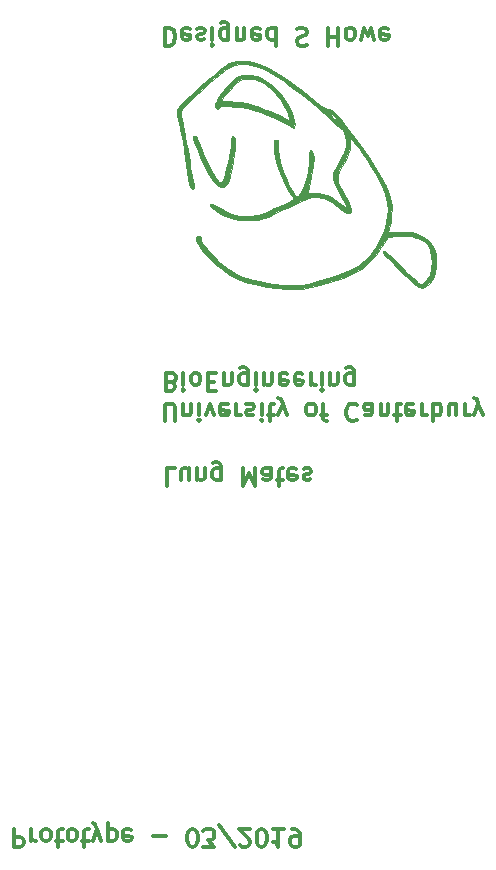
<source format=gbr>
G04 #@! TF.GenerationSoftware,KiCad,Pcbnew,5.0.1*
G04 #@! TF.CreationDate,2019-03-15T13:32:49+13:00*
G04 #@! TF.ProjectId,_autosave-baseBoard,5F6175746F736176652D62617365426F,rev?*
G04 #@! TF.SameCoordinates,Original*
G04 #@! TF.FileFunction,Legend,Bot*
G04 #@! TF.FilePolarity,Positive*
%FSLAX46Y46*%
G04 Gerber Fmt 4.6, Leading zero omitted, Abs format (unit mm)*
G04 Created by KiCad (PCBNEW 5.0.1) date Fri 15 Mar 2019 01:32:49 PM NZDT*
%MOMM*%
%LPD*%
G01*
G04 APERTURE LIST*
%ADD10C,0.300000*%
%ADD11C,0.010000*%
G04 APERTURE END LIST*
D10*
X115422857Y-124351428D02*
X115422857Y-125851428D01*
X115994285Y-125851428D01*
X116137142Y-125780000D01*
X116208571Y-125708571D01*
X116280000Y-125565714D01*
X116280000Y-125351428D01*
X116208571Y-125208571D01*
X116137142Y-125137142D01*
X115994285Y-125065714D01*
X115422857Y-125065714D01*
X116922857Y-124351428D02*
X116922857Y-125351428D01*
X116922857Y-125065714D02*
X116994285Y-125208571D01*
X117065714Y-125280000D01*
X117208571Y-125351428D01*
X117351428Y-125351428D01*
X118065714Y-124351428D02*
X117922857Y-124422857D01*
X117851428Y-124494285D01*
X117780000Y-124637142D01*
X117780000Y-125065714D01*
X117851428Y-125208571D01*
X117922857Y-125280000D01*
X118065714Y-125351428D01*
X118280000Y-125351428D01*
X118422857Y-125280000D01*
X118494285Y-125208571D01*
X118565714Y-125065714D01*
X118565714Y-124637142D01*
X118494285Y-124494285D01*
X118422857Y-124422857D01*
X118280000Y-124351428D01*
X118065714Y-124351428D01*
X118994285Y-125351428D02*
X119565714Y-125351428D01*
X119208571Y-125851428D02*
X119208571Y-124565714D01*
X119280000Y-124422857D01*
X119422857Y-124351428D01*
X119565714Y-124351428D01*
X120280000Y-124351428D02*
X120137142Y-124422857D01*
X120065714Y-124494285D01*
X119994285Y-124637142D01*
X119994285Y-125065714D01*
X120065714Y-125208571D01*
X120137142Y-125280000D01*
X120280000Y-125351428D01*
X120494285Y-125351428D01*
X120637142Y-125280000D01*
X120708571Y-125208571D01*
X120780000Y-125065714D01*
X120780000Y-124637142D01*
X120708571Y-124494285D01*
X120637142Y-124422857D01*
X120494285Y-124351428D01*
X120280000Y-124351428D01*
X121208571Y-125351428D02*
X121780000Y-125351428D01*
X121422857Y-125851428D02*
X121422857Y-124565714D01*
X121494285Y-124422857D01*
X121637142Y-124351428D01*
X121780000Y-124351428D01*
X122137142Y-125351428D02*
X122494285Y-124351428D01*
X122851428Y-125351428D02*
X122494285Y-124351428D01*
X122351428Y-123994285D01*
X122280000Y-123922857D01*
X122137142Y-123851428D01*
X123422857Y-125351428D02*
X123422857Y-123851428D01*
X123422857Y-125280000D02*
X123565714Y-125351428D01*
X123851428Y-125351428D01*
X123994285Y-125280000D01*
X124065714Y-125208571D01*
X124137142Y-125065714D01*
X124137142Y-124637142D01*
X124065714Y-124494285D01*
X123994285Y-124422857D01*
X123851428Y-124351428D01*
X123565714Y-124351428D01*
X123422857Y-124422857D01*
X125351428Y-124422857D02*
X125208571Y-124351428D01*
X124922857Y-124351428D01*
X124780000Y-124422857D01*
X124708571Y-124565714D01*
X124708571Y-125137142D01*
X124780000Y-125280000D01*
X124922857Y-125351428D01*
X125208571Y-125351428D01*
X125351428Y-125280000D01*
X125422857Y-125137142D01*
X125422857Y-124994285D01*
X124708571Y-124851428D01*
X127208571Y-124922857D02*
X128351428Y-124922857D01*
X130494285Y-125851428D02*
X130637142Y-125851428D01*
X130780000Y-125780000D01*
X130851428Y-125708571D01*
X130922857Y-125565714D01*
X130994285Y-125280000D01*
X130994285Y-124922857D01*
X130922857Y-124637142D01*
X130851428Y-124494285D01*
X130780000Y-124422857D01*
X130637142Y-124351428D01*
X130494285Y-124351428D01*
X130351428Y-124422857D01*
X130280000Y-124494285D01*
X130208571Y-124637142D01*
X130137142Y-124922857D01*
X130137142Y-125280000D01*
X130208571Y-125565714D01*
X130280000Y-125708571D01*
X130351428Y-125780000D01*
X130494285Y-125851428D01*
X131494285Y-125851428D02*
X132422857Y-125851428D01*
X131922857Y-125280000D01*
X132137142Y-125280000D01*
X132280000Y-125208571D01*
X132351428Y-125137142D01*
X132422857Y-124994285D01*
X132422857Y-124637142D01*
X132351428Y-124494285D01*
X132280000Y-124422857D01*
X132137142Y-124351428D01*
X131708571Y-124351428D01*
X131565714Y-124422857D01*
X131494285Y-124494285D01*
X134137142Y-125922857D02*
X132851428Y-123994285D01*
X134565714Y-125708571D02*
X134637142Y-125780000D01*
X134780000Y-125851428D01*
X135137142Y-125851428D01*
X135280000Y-125780000D01*
X135351428Y-125708571D01*
X135422857Y-125565714D01*
X135422857Y-125422857D01*
X135351428Y-125208571D01*
X134494285Y-124351428D01*
X135422857Y-124351428D01*
X136351428Y-125851428D02*
X136494285Y-125851428D01*
X136637142Y-125780000D01*
X136708571Y-125708571D01*
X136780000Y-125565714D01*
X136851428Y-125280000D01*
X136851428Y-124922857D01*
X136780000Y-124637142D01*
X136708571Y-124494285D01*
X136637142Y-124422857D01*
X136494285Y-124351428D01*
X136351428Y-124351428D01*
X136208571Y-124422857D01*
X136137142Y-124494285D01*
X136065714Y-124637142D01*
X135994285Y-124922857D01*
X135994285Y-125280000D01*
X136065714Y-125565714D01*
X136137142Y-125708571D01*
X136208571Y-125780000D01*
X136351428Y-125851428D01*
X138280000Y-124351428D02*
X137422857Y-124351428D01*
X137851428Y-124351428D02*
X137851428Y-125851428D01*
X137708571Y-125637142D01*
X137565714Y-125494285D01*
X137422857Y-125422857D01*
X138994285Y-124351428D02*
X139280000Y-124351428D01*
X139422857Y-124422857D01*
X139494285Y-124494285D01*
X139637142Y-124708571D01*
X139708571Y-124994285D01*
X139708571Y-125565714D01*
X139637142Y-125708571D01*
X139565714Y-125780000D01*
X139422857Y-125851428D01*
X139137142Y-125851428D01*
X138994285Y-125780000D01*
X138922857Y-125708571D01*
X138851428Y-125565714D01*
X138851428Y-125208571D01*
X138922857Y-125065714D01*
X138994285Y-124994285D01*
X139137142Y-124922857D01*
X139422857Y-124922857D01*
X139565714Y-124994285D01*
X139637142Y-125065714D01*
X139708571Y-125208571D01*
X129112857Y-93821428D02*
X128398571Y-93821428D01*
X128398571Y-95321428D01*
X130255714Y-94821428D02*
X130255714Y-93821428D01*
X129612857Y-94821428D02*
X129612857Y-94035714D01*
X129684285Y-93892857D01*
X129827142Y-93821428D01*
X130041428Y-93821428D01*
X130184285Y-93892857D01*
X130255714Y-93964285D01*
X130970000Y-94821428D02*
X130970000Y-93821428D01*
X130970000Y-94678571D02*
X131041428Y-94750000D01*
X131184285Y-94821428D01*
X131398571Y-94821428D01*
X131541428Y-94750000D01*
X131612857Y-94607142D01*
X131612857Y-93821428D01*
X132970000Y-94821428D02*
X132970000Y-93607142D01*
X132898571Y-93464285D01*
X132827142Y-93392857D01*
X132684285Y-93321428D01*
X132470000Y-93321428D01*
X132327142Y-93392857D01*
X132970000Y-93892857D02*
X132827142Y-93821428D01*
X132541428Y-93821428D01*
X132398571Y-93892857D01*
X132327142Y-93964285D01*
X132255714Y-94107142D01*
X132255714Y-94535714D01*
X132327142Y-94678571D01*
X132398571Y-94750000D01*
X132541428Y-94821428D01*
X132827142Y-94821428D01*
X132970000Y-94750000D01*
X134827142Y-93821428D02*
X134827142Y-95321428D01*
X135327142Y-94250000D01*
X135827142Y-95321428D01*
X135827142Y-93821428D01*
X137184285Y-93821428D02*
X137184285Y-94607142D01*
X137112857Y-94750000D01*
X136970000Y-94821428D01*
X136684285Y-94821428D01*
X136541428Y-94750000D01*
X137184285Y-93892857D02*
X137041428Y-93821428D01*
X136684285Y-93821428D01*
X136541428Y-93892857D01*
X136470000Y-94035714D01*
X136470000Y-94178571D01*
X136541428Y-94321428D01*
X136684285Y-94392857D01*
X137041428Y-94392857D01*
X137184285Y-94464285D01*
X137684285Y-94821428D02*
X138255714Y-94821428D01*
X137898571Y-95321428D02*
X137898571Y-94035714D01*
X137970000Y-93892857D01*
X138112857Y-93821428D01*
X138255714Y-93821428D01*
X139327142Y-93892857D02*
X139184285Y-93821428D01*
X138898571Y-93821428D01*
X138755714Y-93892857D01*
X138684285Y-94035714D01*
X138684285Y-94607142D01*
X138755714Y-94750000D01*
X138898571Y-94821428D01*
X139184285Y-94821428D01*
X139327142Y-94750000D01*
X139398571Y-94607142D01*
X139398571Y-94464285D01*
X138684285Y-94321428D01*
X139970000Y-93892857D02*
X140112857Y-93821428D01*
X140398571Y-93821428D01*
X140541428Y-93892857D01*
X140612857Y-94035714D01*
X140612857Y-94107142D01*
X140541428Y-94250000D01*
X140398571Y-94321428D01*
X140184285Y-94321428D01*
X140041428Y-94392857D01*
X139970000Y-94535714D01*
X139970000Y-94607142D01*
X140041428Y-94750000D01*
X140184285Y-94821428D01*
X140398571Y-94821428D01*
X140541428Y-94750000D01*
X128805714Y-86537142D02*
X129020000Y-86465714D01*
X129091428Y-86394285D01*
X129162857Y-86251428D01*
X129162857Y-86037142D01*
X129091428Y-85894285D01*
X129020000Y-85822857D01*
X128877142Y-85751428D01*
X128305714Y-85751428D01*
X128305714Y-87251428D01*
X128805714Y-87251428D01*
X128948571Y-87180000D01*
X129020000Y-87108571D01*
X129091428Y-86965714D01*
X129091428Y-86822857D01*
X129020000Y-86680000D01*
X128948571Y-86608571D01*
X128805714Y-86537142D01*
X128305714Y-86537142D01*
X129805714Y-85751428D02*
X129805714Y-86751428D01*
X129805714Y-87251428D02*
X129734285Y-87180000D01*
X129805714Y-87108571D01*
X129877142Y-87180000D01*
X129805714Y-87251428D01*
X129805714Y-87108571D01*
X130734285Y-85751428D02*
X130591428Y-85822857D01*
X130520000Y-85894285D01*
X130448571Y-86037142D01*
X130448571Y-86465714D01*
X130520000Y-86608571D01*
X130591428Y-86680000D01*
X130734285Y-86751428D01*
X130948571Y-86751428D01*
X131091428Y-86680000D01*
X131162857Y-86608571D01*
X131234285Y-86465714D01*
X131234285Y-86037142D01*
X131162857Y-85894285D01*
X131091428Y-85822857D01*
X130948571Y-85751428D01*
X130734285Y-85751428D01*
X131877142Y-86537142D02*
X132377142Y-86537142D01*
X132591428Y-85751428D02*
X131877142Y-85751428D01*
X131877142Y-87251428D01*
X132591428Y-87251428D01*
X133234285Y-86751428D02*
X133234285Y-85751428D01*
X133234285Y-86608571D02*
X133305714Y-86680000D01*
X133448571Y-86751428D01*
X133662857Y-86751428D01*
X133805714Y-86680000D01*
X133877142Y-86537142D01*
X133877142Y-85751428D01*
X135234285Y-86751428D02*
X135234285Y-85537142D01*
X135162857Y-85394285D01*
X135091428Y-85322857D01*
X134948571Y-85251428D01*
X134734285Y-85251428D01*
X134591428Y-85322857D01*
X135234285Y-85822857D02*
X135091428Y-85751428D01*
X134805714Y-85751428D01*
X134662857Y-85822857D01*
X134591428Y-85894285D01*
X134520000Y-86037142D01*
X134520000Y-86465714D01*
X134591428Y-86608571D01*
X134662857Y-86680000D01*
X134805714Y-86751428D01*
X135091428Y-86751428D01*
X135234285Y-86680000D01*
X135948571Y-85751428D02*
X135948571Y-86751428D01*
X135948571Y-87251428D02*
X135877142Y-87180000D01*
X135948571Y-87108571D01*
X136020000Y-87180000D01*
X135948571Y-87251428D01*
X135948571Y-87108571D01*
X136662857Y-86751428D02*
X136662857Y-85751428D01*
X136662857Y-86608571D02*
X136734285Y-86680000D01*
X136877142Y-86751428D01*
X137091428Y-86751428D01*
X137234285Y-86680000D01*
X137305714Y-86537142D01*
X137305714Y-85751428D01*
X138591428Y-85822857D02*
X138448571Y-85751428D01*
X138162857Y-85751428D01*
X138020000Y-85822857D01*
X137948571Y-85965714D01*
X137948571Y-86537142D01*
X138020000Y-86680000D01*
X138162857Y-86751428D01*
X138448571Y-86751428D01*
X138591428Y-86680000D01*
X138662857Y-86537142D01*
X138662857Y-86394285D01*
X137948571Y-86251428D01*
X139877142Y-85822857D02*
X139734285Y-85751428D01*
X139448571Y-85751428D01*
X139305714Y-85822857D01*
X139234285Y-85965714D01*
X139234285Y-86537142D01*
X139305714Y-86680000D01*
X139448571Y-86751428D01*
X139734285Y-86751428D01*
X139877142Y-86680000D01*
X139948571Y-86537142D01*
X139948571Y-86394285D01*
X139234285Y-86251428D01*
X140591428Y-85751428D02*
X140591428Y-86751428D01*
X140591428Y-86465714D02*
X140662857Y-86608571D01*
X140734285Y-86680000D01*
X140877142Y-86751428D01*
X141020000Y-86751428D01*
X141520000Y-85751428D02*
X141520000Y-86751428D01*
X141520000Y-87251428D02*
X141448571Y-87180000D01*
X141520000Y-87108571D01*
X141591428Y-87180000D01*
X141520000Y-87251428D01*
X141520000Y-87108571D01*
X142234285Y-86751428D02*
X142234285Y-85751428D01*
X142234285Y-86608571D02*
X142305714Y-86680000D01*
X142448571Y-86751428D01*
X142662857Y-86751428D01*
X142805714Y-86680000D01*
X142877142Y-86537142D01*
X142877142Y-85751428D01*
X144234285Y-86751428D02*
X144234285Y-85537142D01*
X144162857Y-85394285D01*
X144091428Y-85322857D01*
X143948571Y-85251428D01*
X143734285Y-85251428D01*
X143591428Y-85322857D01*
X144234285Y-85822857D02*
X144091428Y-85751428D01*
X143805714Y-85751428D01*
X143662857Y-85822857D01*
X143591428Y-85894285D01*
X143520000Y-86037142D01*
X143520000Y-86465714D01*
X143591428Y-86608571D01*
X143662857Y-86680000D01*
X143805714Y-86751428D01*
X144091428Y-86751428D01*
X144234285Y-86680000D01*
X128207142Y-89841428D02*
X128207142Y-88627142D01*
X128278571Y-88484285D01*
X128350000Y-88412857D01*
X128492857Y-88341428D01*
X128778571Y-88341428D01*
X128921428Y-88412857D01*
X128992857Y-88484285D01*
X129064285Y-88627142D01*
X129064285Y-89841428D01*
X129778571Y-89341428D02*
X129778571Y-88341428D01*
X129778571Y-89198571D02*
X129850000Y-89270000D01*
X129992857Y-89341428D01*
X130207142Y-89341428D01*
X130350000Y-89270000D01*
X130421428Y-89127142D01*
X130421428Y-88341428D01*
X131135714Y-88341428D02*
X131135714Y-89341428D01*
X131135714Y-89841428D02*
X131064285Y-89770000D01*
X131135714Y-89698571D01*
X131207142Y-89770000D01*
X131135714Y-89841428D01*
X131135714Y-89698571D01*
X131707142Y-89341428D02*
X132064285Y-88341428D01*
X132421428Y-89341428D01*
X133564285Y-88412857D02*
X133421428Y-88341428D01*
X133135714Y-88341428D01*
X132992857Y-88412857D01*
X132921428Y-88555714D01*
X132921428Y-89127142D01*
X132992857Y-89270000D01*
X133135714Y-89341428D01*
X133421428Y-89341428D01*
X133564285Y-89270000D01*
X133635714Y-89127142D01*
X133635714Y-88984285D01*
X132921428Y-88841428D01*
X134278571Y-88341428D02*
X134278571Y-89341428D01*
X134278571Y-89055714D02*
X134350000Y-89198571D01*
X134421428Y-89270000D01*
X134564285Y-89341428D01*
X134707142Y-89341428D01*
X135135714Y-88412857D02*
X135278571Y-88341428D01*
X135564285Y-88341428D01*
X135707142Y-88412857D01*
X135778571Y-88555714D01*
X135778571Y-88627142D01*
X135707142Y-88770000D01*
X135564285Y-88841428D01*
X135350000Y-88841428D01*
X135207142Y-88912857D01*
X135135714Y-89055714D01*
X135135714Y-89127142D01*
X135207142Y-89270000D01*
X135350000Y-89341428D01*
X135564285Y-89341428D01*
X135707142Y-89270000D01*
X136421428Y-88341428D02*
X136421428Y-89341428D01*
X136421428Y-89841428D02*
X136350000Y-89770000D01*
X136421428Y-89698571D01*
X136492857Y-89770000D01*
X136421428Y-89841428D01*
X136421428Y-89698571D01*
X136921428Y-89341428D02*
X137492857Y-89341428D01*
X137135714Y-89841428D02*
X137135714Y-88555714D01*
X137207142Y-88412857D01*
X137350000Y-88341428D01*
X137492857Y-88341428D01*
X137850000Y-89341428D02*
X138207142Y-88341428D01*
X138564285Y-89341428D02*
X138207142Y-88341428D01*
X138064285Y-87984285D01*
X137992857Y-87912857D01*
X137850000Y-87841428D01*
X140492857Y-88341428D02*
X140350000Y-88412857D01*
X140278571Y-88484285D01*
X140207142Y-88627142D01*
X140207142Y-89055714D01*
X140278571Y-89198571D01*
X140350000Y-89270000D01*
X140492857Y-89341428D01*
X140707142Y-89341428D01*
X140850000Y-89270000D01*
X140921428Y-89198571D01*
X140992857Y-89055714D01*
X140992857Y-88627142D01*
X140921428Y-88484285D01*
X140850000Y-88412857D01*
X140707142Y-88341428D01*
X140492857Y-88341428D01*
X141421428Y-89341428D02*
X141992857Y-89341428D01*
X141635714Y-88341428D02*
X141635714Y-89627142D01*
X141707142Y-89770000D01*
X141850000Y-89841428D01*
X141992857Y-89841428D01*
X144492857Y-88484285D02*
X144421428Y-88412857D01*
X144207142Y-88341428D01*
X144064285Y-88341428D01*
X143850000Y-88412857D01*
X143707142Y-88555714D01*
X143635714Y-88698571D01*
X143564285Y-88984285D01*
X143564285Y-89198571D01*
X143635714Y-89484285D01*
X143707142Y-89627142D01*
X143850000Y-89770000D01*
X144064285Y-89841428D01*
X144207142Y-89841428D01*
X144421428Y-89770000D01*
X144492857Y-89698571D01*
X145778571Y-88341428D02*
X145778571Y-89127142D01*
X145707142Y-89270000D01*
X145564285Y-89341428D01*
X145278571Y-89341428D01*
X145135714Y-89270000D01*
X145778571Y-88412857D02*
X145635714Y-88341428D01*
X145278571Y-88341428D01*
X145135714Y-88412857D01*
X145064285Y-88555714D01*
X145064285Y-88698571D01*
X145135714Y-88841428D01*
X145278571Y-88912857D01*
X145635714Y-88912857D01*
X145778571Y-88984285D01*
X146492857Y-89341428D02*
X146492857Y-88341428D01*
X146492857Y-89198571D02*
X146564285Y-89270000D01*
X146707142Y-89341428D01*
X146921428Y-89341428D01*
X147064285Y-89270000D01*
X147135714Y-89127142D01*
X147135714Y-88341428D01*
X147635714Y-89341428D02*
X148207142Y-89341428D01*
X147850000Y-89841428D02*
X147850000Y-88555714D01*
X147921428Y-88412857D01*
X148064285Y-88341428D01*
X148207142Y-88341428D01*
X149278571Y-88412857D02*
X149135714Y-88341428D01*
X148850000Y-88341428D01*
X148707142Y-88412857D01*
X148635714Y-88555714D01*
X148635714Y-89127142D01*
X148707142Y-89270000D01*
X148850000Y-89341428D01*
X149135714Y-89341428D01*
X149278571Y-89270000D01*
X149350000Y-89127142D01*
X149350000Y-88984285D01*
X148635714Y-88841428D01*
X149992857Y-88341428D02*
X149992857Y-89341428D01*
X149992857Y-89055714D02*
X150064285Y-89198571D01*
X150135714Y-89270000D01*
X150278571Y-89341428D01*
X150421428Y-89341428D01*
X150921428Y-88341428D02*
X150921428Y-89841428D01*
X150921428Y-89270000D02*
X151064285Y-89341428D01*
X151350000Y-89341428D01*
X151492857Y-89270000D01*
X151564285Y-89198571D01*
X151635714Y-89055714D01*
X151635714Y-88627142D01*
X151564285Y-88484285D01*
X151492857Y-88412857D01*
X151350000Y-88341428D01*
X151064285Y-88341428D01*
X150921428Y-88412857D01*
X152921428Y-89341428D02*
X152921428Y-88341428D01*
X152278571Y-89341428D02*
X152278571Y-88555714D01*
X152350000Y-88412857D01*
X152492857Y-88341428D01*
X152707142Y-88341428D01*
X152850000Y-88412857D01*
X152921428Y-88484285D01*
X153635714Y-88341428D02*
X153635714Y-89341428D01*
X153635714Y-89055714D02*
X153707142Y-89198571D01*
X153778571Y-89270000D01*
X153921428Y-89341428D01*
X154064285Y-89341428D01*
X154421428Y-89341428D02*
X154778571Y-88341428D01*
X155135714Y-89341428D02*
X154778571Y-88341428D01*
X154635714Y-87984285D01*
X154564285Y-87912857D01*
X154421428Y-87841428D01*
X128251428Y-56521428D02*
X128251428Y-58021428D01*
X128608571Y-58021428D01*
X128822857Y-57950000D01*
X128965714Y-57807142D01*
X129037142Y-57664285D01*
X129108571Y-57378571D01*
X129108571Y-57164285D01*
X129037142Y-56878571D01*
X128965714Y-56735714D01*
X128822857Y-56592857D01*
X128608571Y-56521428D01*
X128251428Y-56521428D01*
X130322857Y-56592857D02*
X130180000Y-56521428D01*
X129894285Y-56521428D01*
X129751428Y-56592857D01*
X129680000Y-56735714D01*
X129680000Y-57307142D01*
X129751428Y-57450000D01*
X129894285Y-57521428D01*
X130180000Y-57521428D01*
X130322857Y-57450000D01*
X130394285Y-57307142D01*
X130394285Y-57164285D01*
X129680000Y-57021428D01*
X130965714Y-56592857D02*
X131108571Y-56521428D01*
X131394285Y-56521428D01*
X131537142Y-56592857D01*
X131608571Y-56735714D01*
X131608571Y-56807142D01*
X131537142Y-56950000D01*
X131394285Y-57021428D01*
X131180000Y-57021428D01*
X131037142Y-57092857D01*
X130965714Y-57235714D01*
X130965714Y-57307142D01*
X131037142Y-57450000D01*
X131180000Y-57521428D01*
X131394285Y-57521428D01*
X131537142Y-57450000D01*
X132251428Y-56521428D02*
X132251428Y-57521428D01*
X132251428Y-58021428D02*
X132180000Y-57950000D01*
X132251428Y-57878571D01*
X132322857Y-57950000D01*
X132251428Y-58021428D01*
X132251428Y-57878571D01*
X133608571Y-57521428D02*
X133608571Y-56307142D01*
X133537142Y-56164285D01*
X133465714Y-56092857D01*
X133322857Y-56021428D01*
X133108571Y-56021428D01*
X132965714Y-56092857D01*
X133608571Y-56592857D02*
X133465714Y-56521428D01*
X133180000Y-56521428D01*
X133037142Y-56592857D01*
X132965714Y-56664285D01*
X132894285Y-56807142D01*
X132894285Y-57235714D01*
X132965714Y-57378571D01*
X133037142Y-57450000D01*
X133180000Y-57521428D01*
X133465714Y-57521428D01*
X133608571Y-57450000D01*
X134322857Y-57521428D02*
X134322857Y-56521428D01*
X134322857Y-57378571D02*
X134394285Y-57450000D01*
X134537142Y-57521428D01*
X134751428Y-57521428D01*
X134894285Y-57450000D01*
X134965714Y-57307142D01*
X134965714Y-56521428D01*
X136251428Y-56592857D02*
X136108571Y-56521428D01*
X135822857Y-56521428D01*
X135680000Y-56592857D01*
X135608571Y-56735714D01*
X135608571Y-57307142D01*
X135680000Y-57450000D01*
X135822857Y-57521428D01*
X136108571Y-57521428D01*
X136251428Y-57450000D01*
X136322857Y-57307142D01*
X136322857Y-57164285D01*
X135608571Y-57021428D01*
X137608571Y-56521428D02*
X137608571Y-58021428D01*
X137608571Y-56592857D02*
X137465714Y-56521428D01*
X137180000Y-56521428D01*
X137037142Y-56592857D01*
X136965714Y-56664285D01*
X136894285Y-56807142D01*
X136894285Y-57235714D01*
X136965714Y-57378571D01*
X137037142Y-57450000D01*
X137180000Y-57521428D01*
X137465714Y-57521428D01*
X137608571Y-57450000D01*
X139394285Y-56592857D02*
X139608571Y-56521428D01*
X139965714Y-56521428D01*
X140108571Y-56592857D01*
X140180000Y-56664285D01*
X140251428Y-56807142D01*
X140251428Y-56950000D01*
X140180000Y-57092857D01*
X140108571Y-57164285D01*
X139965714Y-57235714D01*
X139680000Y-57307142D01*
X139537142Y-57378571D01*
X139465714Y-57450000D01*
X139394285Y-57592857D01*
X139394285Y-57735714D01*
X139465714Y-57878571D01*
X139537142Y-57950000D01*
X139680000Y-58021428D01*
X140037142Y-58021428D01*
X140251428Y-57950000D01*
X142037142Y-56521428D02*
X142037142Y-58021428D01*
X142037142Y-57307142D02*
X142894285Y-57307142D01*
X142894285Y-56521428D02*
X142894285Y-58021428D01*
X143822857Y-56521428D02*
X143680000Y-56592857D01*
X143608571Y-56664285D01*
X143537142Y-56807142D01*
X143537142Y-57235714D01*
X143608571Y-57378571D01*
X143680000Y-57450000D01*
X143822857Y-57521428D01*
X144037142Y-57521428D01*
X144180000Y-57450000D01*
X144251428Y-57378571D01*
X144322857Y-57235714D01*
X144322857Y-56807142D01*
X144251428Y-56664285D01*
X144180000Y-56592857D01*
X144037142Y-56521428D01*
X143822857Y-56521428D01*
X144822857Y-57521428D02*
X145108571Y-56521428D01*
X145394285Y-57235714D01*
X145680000Y-56521428D01*
X145965714Y-57521428D01*
X147108571Y-56592857D02*
X146965714Y-56521428D01*
X146680000Y-56521428D01*
X146537142Y-56592857D01*
X146465714Y-56735714D01*
X146465714Y-57307142D01*
X146537142Y-57450000D01*
X146680000Y-57521428D01*
X146965714Y-57521428D01*
X147108571Y-57450000D01*
X147180000Y-57307142D01*
X147180000Y-57164285D01*
X146465714Y-57021428D01*
D11*
G04 #@! TO.C,G\002A\002A\002A*
G36*
X133362823Y-69892512D02*
X133382714Y-69873286D01*
X133495214Y-69743963D01*
X133586144Y-69588664D01*
X133666612Y-69375427D01*
X133747728Y-69072294D01*
X133840600Y-68647303D01*
X133885247Y-68427459D01*
X134005151Y-67777930D01*
X134095474Y-67181333D01*
X134153419Y-66663932D01*
X134176188Y-66251993D01*
X134160982Y-65971780D01*
X134151555Y-65927734D01*
X134060281Y-65736595D01*
X133954320Y-65686084D01*
X133875240Y-65774506D01*
X133859007Y-65939667D01*
X133849633Y-66186589D01*
X133806687Y-66551136D01*
X133737148Y-66998751D01*
X133647998Y-67494880D01*
X133546215Y-68004967D01*
X133438779Y-68494456D01*
X133332671Y-68928792D01*
X133234870Y-69273420D01*
X133152356Y-69493783D01*
X133134627Y-69525894D01*
X133004649Y-69606570D01*
X132825632Y-69543495D01*
X132616766Y-69347895D01*
X132457876Y-69130057D01*
X132269491Y-68805993D01*
X132043514Y-68370988D01*
X131802118Y-67872535D01*
X131567474Y-67358129D01*
X131361756Y-66875264D01*
X131207136Y-66471434D01*
X131181744Y-66396588D01*
X131077893Y-66106445D01*
X130978788Y-65872778D01*
X130914443Y-65758818D01*
X130783229Y-65665535D01*
X130650262Y-65648752D01*
X130585524Y-65716251D01*
X130585333Y-65722224D01*
X130619571Y-65880181D01*
X130714256Y-66161547D01*
X130857343Y-66536700D01*
X131036788Y-66976018D01*
X131240546Y-67449879D01*
X131456572Y-67928659D01*
X131638929Y-68313429D01*
X131988562Y-68980045D01*
X132309975Y-69482340D01*
X132605638Y-69822525D01*
X132878020Y-70002809D01*
X133129592Y-70025402D01*
X133362823Y-69892512D01*
X133362823Y-69892512D01*
G37*
X133362823Y-69892512D02*
X133382714Y-69873286D01*
X133495214Y-69743963D01*
X133586144Y-69588664D01*
X133666612Y-69375427D01*
X133747728Y-69072294D01*
X133840600Y-68647303D01*
X133885247Y-68427459D01*
X134005151Y-67777930D01*
X134095474Y-67181333D01*
X134153419Y-66663932D01*
X134176188Y-66251993D01*
X134160982Y-65971780D01*
X134151555Y-65927734D01*
X134060281Y-65736595D01*
X133954320Y-65686084D01*
X133875240Y-65774506D01*
X133859007Y-65939667D01*
X133849633Y-66186589D01*
X133806687Y-66551136D01*
X133737148Y-66998751D01*
X133647998Y-67494880D01*
X133546215Y-68004967D01*
X133438779Y-68494456D01*
X133332671Y-68928792D01*
X133234870Y-69273420D01*
X133152356Y-69493783D01*
X133134627Y-69525894D01*
X133004649Y-69606570D01*
X132825632Y-69543495D01*
X132616766Y-69347895D01*
X132457876Y-69130057D01*
X132269491Y-68805993D01*
X132043514Y-68370988D01*
X131802118Y-67872535D01*
X131567474Y-67358129D01*
X131361756Y-66875264D01*
X131207136Y-66471434D01*
X131181744Y-66396588D01*
X131077893Y-66106445D01*
X130978788Y-65872778D01*
X130914443Y-65758818D01*
X130783229Y-65665535D01*
X130650262Y-65648752D01*
X130585524Y-65716251D01*
X130585333Y-65722224D01*
X130619571Y-65880181D01*
X130714256Y-66161547D01*
X130857343Y-66536700D01*
X131036788Y-66976018D01*
X131240546Y-67449879D01*
X131456572Y-67928659D01*
X131638929Y-68313429D01*
X131988562Y-68980045D01*
X132309975Y-69482340D01*
X132605638Y-69822525D01*
X132878020Y-70002809D01*
X133129592Y-70025402D01*
X133362823Y-69892512D01*
G36*
X139200104Y-64891958D02*
X139220078Y-64693759D01*
X139191624Y-64407291D01*
X139118179Y-64068445D01*
X139009926Y-63730877D01*
X138597234Y-62871413D01*
X138040957Y-62098547D01*
X137347196Y-61419700D01*
X136753460Y-60985200D01*
X136304768Y-60724002D01*
X135905393Y-60566686D01*
X135489940Y-60492579D01*
X135152742Y-60479139D01*
X134798807Y-60504954D01*
X134509017Y-60601942D01*
X134306076Y-60717576D01*
X133975261Y-60975885D01*
X133604514Y-61344297D01*
X133230292Y-61781788D01*
X132889052Y-62247339D01*
X132743172Y-62476189D01*
X132623295Y-62692427D01*
X133040666Y-62692427D01*
X133097637Y-62555197D01*
X133250061Y-62333163D01*
X133470208Y-62057707D01*
X133730347Y-61760211D01*
X134002746Y-61472058D01*
X134259676Y-61224631D01*
X134473404Y-61049311D01*
X134519685Y-61018667D01*
X134758803Y-60894076D01*
X134992662Y-60838100D01*
X135299964Y-60833941D01*
X135369000Y-60837391D01*
X135787822Y-60897242D01*
X136177901Y-61015054D01*
X136260558Y-61051691D01*
X136676793Y-61301841D01*
X137128150Y-61653401D01*
X137562233Y-62062818D01*
X137811963Y-62341333D01*
X138025040Y-62637363D01*
X138254841Y-63018094D01*
X138472789Y-63429314D01*
X138650306Y-63816813D01*
X138758813Y-64126381D01*
X138763856Y-64147010D01*
X138819624Y-64386352D01*
X138219741Y-64084256D01*
X137715137Y-63844252D01*
X137150004Y-63598530D01*
X136572951Y-63366386D01*
X136032586Y-63167114D01*
X135577518Y-63020009D01*
X135451714Y-62985523D01*
X135081326Y-62905021D01*
X134644981Y-62832161D01*
X134192253Y-62772864D01*
X133772718Y-62733053D01*
X133435951Y-62718652D01*
X133281108Y-62726192D01*
X133109630Y-62728588D01*
X133040666Y-62692427D01*
X132623295Y-62692427D01*
X132553578Y-62818184D01*
X132465606Y-63058830D01*
X132473364Y-63227599D01*
X132568165Y-63351661D01*
X132681773Y-63400033D01*
X132773048Y-63300008D01*
X132835856Y-63227968D01*
X132948952Y-63183981D01*
X133146943Y-63162504D01*
X133464434Y-63157995D01*
X133647716Y-63159911D01*
X134148845Y-63188512D01*
X134703869Y-63253315D01*
X135204572Y-63341598D01*
X135217601Y-63344472D01*
X135711957Y-63477171D01*
X136293223Y-63669204D01*
X136912455Y-63901128D01*
X137520706Y-64153497D01*
X138069033Y-64406868D01*
X138508489Y-64641796D01*
X138556761Y-64671011D01*
X138814780Y-64821963D01*
X139021773Y-64928319D01*
X139128261Y-64966000D01*
X139200104Y-64891958D01*
X139200104Y-64891958D01*
G37*
X139200104Y-64891958D02*
X139220078Y-64693759D01*
X139191624Y-64407291D01*
X139118179Y-64068445D01*
X139009926Y-63730877D01*
X138597234Y-62871413D01*
X138040957Y-62098547D01*
X137347196Y-61419700D01*
X136753460Y-60985200D01*
X136304768Y-60724002D01*
X135905393Y-60566686D01*
X135489940Y-60492579D01*
X135152742Y-60479139D01*
X134798807Y-60504954D01*
X134509017Y-60601942D01*
X134306076Y-60717576D01*
X133975261Y-60975885D01*
X133604514Y-61344297D01*
X133230292Y-61781788D01*
X132889052Y-62247339D01*
X132743172Y-62476189D01*
X132623295Y-62692427D01*
X133040666Y-62692427D01*
X133097637Y-62555197D01*
X133250061Y-62333163D01*
X133470208Y-62057707D01*
X133730347Y-61760211D01*
X134002746Y-61472058D01*
X134259676Y-61224631D01*
X134473404Y-61049311D01*
X134519685Y-61018667D01*
X134758803Y-60894076D01*
X134992662Y-60838100D01*
X135299964Y-60833941D01*
X135369000Y-60837391D01*
X135787822Y-60897242D01*
X136177901Y-61015054D01*
X136260558Y-61051691D01*
X136676793Y-61301841D01*
X137128150Y-61653401D01*
X137562233Y-62062818D01*
X137811963Y-62341333D01*
X138025040Y-62637363D01*
X138254841Y-63018094D01*
X138472789Y-63429314D01*
X138650306Y-63816813D01*
X138758813Y-64126381D01*
X138763856Y-64147010D01*
X138819624Y-64386352D01*
X138219741Y-64084256D01*
X137715137Y-63844252D01*
X137150004Y-63598530D01*
X136572951Y-63366386D01*
X136032586Y-63167114D01*
X135577518Y-63020009D01*
X135451714Y-62985523D01*
X135081326Y-62905021D01*
X134644981Y-62832161D01*
X134192253Y-62772864D01*
X133772718Y-62733053D01*
X133435951Y-62718652D01*
X133281108Y-62726192D01*
X133109630Y-62728588D01*
X133040666Y-62692427D01*
X132623295Y-62692427D01*
X132553578Y-62818184D01*
X132465606Y-63058830D01*
X132473364Y-63227599D01*
X132568165Y-63351661D01*
X132681773Y-63400033D01*
X132773048Y-63300008D01*
X132835856Y-63227968D01*
X132948952Y-63183981D01*
X133146943Y-63162504D01*
X133464434Y-63157995D01*
X133647716Y-63159911D01*
X134148845Y-63188512D01*
X134703869Y-63253315D01*
X135204572Y-63341598D01*
X135217601Y-63344472D01*
X135711957Y-63477171D01*
X136293223Y-63669204D01*
X136912455Y-63901128D01*
X137520706Y-64153497D01*
X138069033Y-64406868D01*
X138508489Y-64641796D01*
X138556761Y-64671011D01*
X138814780Y-64821963D01*
X139021773Y-64928319D01*
X139128261Y-64966000D01*
X139200104Y-64891958D01*
G36*
X139855333Y-78609859D02*
X140567630Y-78487265D01*
X141334167Y-78299571D01*
X141592000Y-78227078D01*
X142476821Y-77956237D01*
X143273216Y-77680861D01*
X143961386Y-77408766D01*
X144521532Y-77147769D01*
X144927361Y-76910173D01*
X145549961Y-76390875D01*
X146117250Y-75736051D01*
X146555666Y-75060300D01*
X146747145Y-74741123D01*
X146930495Y-74473366D01*
X147077623Y-74296528D01*
X147128735Y-74254597D01*
X147308413Y-74204993D01*
X147634427Y-74171111D01*
X148084340Y-74154914D01*
X148280666Y-74153800D01*
X148730941Y-74159177D01*
X149057795Y-74178048D01*
X149306994Y-74216903D01*
X149524306Y-74282230D01*
X149699449Y-74354991D01*
X150152366Y-74614543D01*
X150477927Y-74940542D01*
X150688371Y-75354882D01*
X150795933Y-75879457D01*
X150816478Y-76353667D01*
X150772247Y-76934013D01*
X150637518Y-77409766D01*
X150398590Y-77827246D01*
X150368943Y-77866911D01*
X150238848Y-78030685D01*
X150121981Y-78143279D01*
X150001797Y-78196005D01*
X149861747Y-78180174D01*
X149685286Y-78087098D01*
X149455866Y-77908089D01*
X149156939Y-77634459D01*
X148771960Y-77257518D01*
X148292257Y-76776505D01*
X147805709Y-76290454D01*
X147423709Y-75918380D01*
X147134636Y-75651059D01*
X146926868Y-75479269D01*
X146788783Y-75393788D01*
X146708759Y-75385392D01*
X146675173Y-75444858D01*
X146672113Y-75490830D01*
X146732206Y-75605832D01*
X146902234Y-75818920D01*
X147167024Y-76114068D01*
X147511404Y-76475248D01*
X147920200Y-76886433D01*
X148378241Y-77331598D01*
X148726375Y-77660765D01*
X149087554Y-77995003D01*
X149353028Y-78228808D01*
X149548465Y-78379829D01*
X149699529Y-78465712D01*
X149831887Y-78504105D01*
X149965356Y-78512667D01*
X150187251Y-78490056D01*
X150367202Y-78399345D01*
X150569599Y-78206213D01*
X150597223Y-78175886D01*
X150861728Y-77848485D01*
X151036738Y-77530338D01*
X151138492Y-77172640D01*
X151183231Y-76726583D01*
X151189463Y-76396000D01*
X151181151Y-75968114D01*
X151150573Y-75655847D01*
X151089494Y-75406067D01*
X151003187Y-75194075D01*
X150679457Y-74681782D01*
X150234713Y-74279058D01*
X149805181Y-74036903D01*
X149595086Y-73947418D01*
X149397905Y-73886595D01*
X149173069Y-73848808D01*
X148880008Y-73828429D01*
X148478149Y-73819829D01*
X148228522Y-73818208D01*
X147118044Y-73813667D01*
X147243745Y-73475000D01*
X147301555Y-73244418D01*
X147354803Y-72899677D01*
X147395944Y-72495928D01*
X147411724Y-72247333D01*
X147427367Y-71827543D01*
X147421983Y-71514844D01*
X147387575Y-71247497D01*
X147316143Y-70963760D01*
X147199688Y-70601895D01*
X147197819Y-70596333D01*
X146924667Y-69912750D01*
X146539056Y-69140025D01*
X146055093Y-68301506D01*
X145486888Y-67420542D01*
X144848549Y-66520482D01*
X144313756Y-65823624D01*
X144022065Y-65449827D01*
X143732717Y-65067923D01*
X143482902Y-64727582D01*
X143335234Y-64516725D01*
X143007142Y-64083170D01*
X142669732Y-63732737D01*
X142347445Y-63486393D01*
X142064725Y-63365107D01*
X141982246Y-63356084D01*
X141825752Y-63327313D01*
X141630942Y-63231539D01*
X141371576Y-63052498D01*
X141021415Y-62773921D01*
X140957000Y-62720515D01*
X139918297Y-61878749D01*
X138975275Y-61164710D01*
X138118122Y-60573671D01*
X137337024Y-60100901D01*
X136622171Y-59741673D01*
X135963749Y-59491256D01*
X135351945Y-59344922D01*
X134776947Y-59297942D01*
X134228943Y-59345586D01*
X134036116Y-59385054D01*
X133696330Y-59505241D01*
X133325028Y-59719889D01*
X132896902Y-60045277D01*
X132575000Y-60324921D01*
X132288060Y-60577592D01*
X131924219Y-60889284D01*
X131538650Y-61213047D01*
X131305000Y-61405693D01*
X130787332Y-61840469D01*
X130319012Y-62256584D01*
X129919368Y-62635402D01*
X129607725Y-62958286D01*
X129403411Y-63206600D01*
X129351326Y-63289629D01*
X129255779Y-63557107D01*
X129243153Y-63868266D01*
X129314939Y-64262173D01*
X129399717Y-64556290D01*
X129509908Y-64968592D01*
X129625527Y-65511265D01*
X129740006Y-66145775D01*
X129846778Y-66833585D01*
X129939274Y-67536158D01*
X129995642Y-68052796D01*
X130075420Y-68765437D01*
X130160249Y-69318213D01*
X130252607Y-69720575D01*
X130354975Y-69981973D01*
X130469833Y-70111855D01*
X130540982Y-70130667D01*
X130656920Y-70103101D01*
X130702482Y-70002054D01*
X130679599Y-69800007D01*
X130590206Y-69469438D01*
X130587946Y-69461963D01*
X130489796Y-69072492D01*
X130407712Y-68633481D01*
X130373153Y-68368607D01*
X130321574Y-67921545D01*
X130247890Y-67392099D01*
X130158671Y-66818215D01*
X130060492Y-66237841D01*
X129959924Y-65688925D01*
X129863540Y-65209414D01*
X129777913Y-64837255D01*
X129734566Y-64681693D01*
X129645749Y-64344487D01*
X129586075Y-64014826D01*
X129570425Y-63824798D01*
X129577803Y-63681384D01*
X129613731Y-63552369D01*
X129697352Y-63411130D01*
X129847808Y-63231044D01*
X130084240Y-62985488D01*
X130394833Y-62678195D01*
X130889386Y-62203564D01*
X131420918Y-61711598D01*
X131959756Y-61228377D01*
X132476227Y-60779981D01*
X132940658Y-60392490D01*
X133323378Y-60091984D01*
X133408689Y-60029263D01*
X133936674Y-59739652D01*
X134518017Y-59596068D01*
X135156694Y-59599333D01*
X135856679Y-59750272D01*
X136621946Y-60049705D01*
X137456470Y-60498456D01*
X138279897Y-61037610D01*
X139036507Y-61584510D01*
X139781290Y-62149922D01*
X140488878Y-62713052D01*
X141133904Y-63253105D01*
X141632044Y-63696777D01*
X142151089Y-63696777D01*
X142155899Y-63696000D01*
X142258153Y-63754083D01*
X142430473Y-63904892D01*
X142597216Y-64075108D01*
X142821867Y-64328251D01*
X142932461Y-64478692D01*
X142938269Y-64539765D01*
X142922317Y-64542667D01*
X142855552Y-64487090D01*
X142702836Y-64340876D01*
X142496254Y-64134804D01*
X142481000Y-64119333D01*
X142289591Y-63913109D01*
X142172095Y-63762456D01*
X142151089Y-63696777D01*
X141632044Y-63696777D01*
X141691001Y-63749287D01*
X142134801Y-64180803D01*
X142207149Y-64256892D01*
X142482708Y-64532020D01*
X142761884Y-64778873D01*
X142993683Y-64953068D01*
X143037575Y-64979682D01*
X143270603Y-65149881D01*
X143422350Y-65371082D01*
X143506858Y-65678514D01*
X143538171Y-66107407D01*
X143539333Y-66238441D01*
X143539233Y-66429358D01*
X143532383Y-66585504D01*
X143508959Y-66732132D01*
X143459138Y-66894491D01*
X143373096Y-67097832D01*
X143241007Y-67367406D01*
X143053049Y-67728464D01*
X142799398Y-68206255D01*
X142703901Y-68385765D01*
X142575778Y-68637456D01*
X142489659Y-68854911D01*
X142451113Y-69062492D01*
X142465708Y-69284562D01*
X142539015Y-69545486D01*
X142676602Y-69869627D01*
X142884039Y-70281347D01*
X143166896Y-70805012D01*
X143320879Y-71084778D01*
X143467781Y-71368774D01*
X143569693Y-71600368D01*
X143608211Y-71736818D01*
X143606763Y-71748708D01*
X143532327Y-71740758D01*
X143358172Y-71643536D01*
X143115167Y-71475568D01*
X142978556Y-71371676D01*
X142535237Y-71036191D01*
X142177390Y-70799703D01*
X141866386Y-70646003D01*
X141563594Y-70558882D01*
X141230384Y-70522129D01*
X140943640Y-70517810D01*
X140252948Y-70523953D01*
X140335107Y-70307857D01*
X140433384Y-69995011D01*
X140539469Y-69569910D01*
X140641782Y-69088521D01*
X140728742Y-68606809D01*
X140788769Y-68180740D01*
X140801286Y-68054953D01*
X140823935Y-67546882D01*
X140797372Y-67165116D01*
X140723662Y-66921831D01*
X140604871Y-66829204D01*
X140593330Y-66828667D01*
X140523062Y-66849857D01*
X140479168Y-66934397D01*
X140455285Y-67113739D01*
X140445050Y-67419338D01*
X140443457Y-67569500D01*
X140415007Y-68079253D01*
X140342613Y-68616550D01*
X140234799Y-69152375D01*
X140100089Y-69657713D01*
X139947005Y-70103548D01*
X139784072Y-70460864D01*
X139619811Y-70700646D01*
X139498407Y-70786726D01*
X139345123Y-70752768D01*
X139164293Y-70576903D01*
X138965001Y-70282550D01*
X138756329Y-69893126D01*
X138547360Y-69432050D01*
X138347177Y-68922741D01*
X138164862Y-68388615D01*
X138009498Y-67853091D01*
X137890168Y-67339586D01*
X137815955Y-66871520D01*
X137795941Y-66472310D01*
X137799071Y-66405333D01*
X137805135Y-66167701D01*
X137768769Y-66049739D01*
X137670497Y-66003349D01*
X137633833Y-65997278D01*
X137523481Y-65995374D01*
X137466897Y-66056393D01*
X137446581Y-66219476D01*
X137444584Y-66420612D01*
X137484254Y-66913132D01*
X137592227Y-67494954D01*
X137755578Y-68128246D01*
X137961381Y-68775177D01*
X138196709Y-69397916D01*
X138448638Y-69958631D01*
X138704241Y-70419490D01*
X138904185Y-70692573D01*
X139049087Y-70870725D01*
X139124376Y-70989705D01*
X139126767Y-71012924D01*
X138987307Y-71103996D01*
X138723679Y-71244654D01*
X138368352Y-71420153D01*
X137953795Y-71615745D01*
X137512476Y-71816682D01*
X137076863Y-72008216D01*
X136679425Y-72175600D01*
X136352630Y-72304086D01*
X136128946Y-72378928D01*
X136107405Y-72384356D01*
X135339019Y-72492306D01*
X134581413Y-72448361D01*
X133817604Y-72249215D01*
X133030607Y-71891560D01*
X132750621Y-71730787D01*
X132425079Y-71547464D01*
X132213528Y-71461724D01*
X132096985Y-71466309D01*
X132084703Y-71476097D01*
X132062960Y-71601687D01*
X132187215Y-71772079D01*
X132443844Y-71975557D01*
X132819221Y-72200404D01*
X133083000Y-72334554D01*
X133606258Y-72570148D01*
X134050129Y-72723280D01*
X134475461Y-72806397D01*
X134943101Y-72831947D01*
X135439460Y-72816613D01*
X135780055Y-72794619D01*
X136073102Y-72763269D01*
X136345497Y-72713376D01*
X136624138Y-72635748D01*
X136935921Y-72521197D01*
X137307741Y-72360533D01*
X137766495Y-72144567D01*
X138339080Y-71864109D01*
X138587227Y-71741133D01*
X139084611Y-71500477D01*
X139560909Y-71281387D01*
X139984243Y-71097672D01*
X140322735Y-70963138D01*
X140544503Y-70891592D01*
X140553327Y-70889620D01*
X141113523Y-70839150D01*
X141648730Y-70940520D01*
X142181436Y-71199612D01*
X142447367Y-71385167D01*
X142936481Y-71749937D01*
X143313672Y-72009874D01*
X143594129Y-72172020D01*
X143793040Y-72243421D01*
X143925595Y-72231118D01*
X144006983Y-72142155D01*
X144019131Y-72114038D01*
X144026314Y-71903058D01*
X143927098Y-71578776D01*
X143719687Y-71136801D01*
X143402280Y-70572742D01*
X143356963Y-70497056D01*
X143136898Y-70123389D01*
X142993259Y-69850373D01*
X142910157Y-69636701D01*
X142871705Y-69441067D01*
X142862014Y-69222165D01*
X142862000Y-69210230D01*
X142876423Y-68931846D01*
X142934930Y-68700465D01*
X143060382Y-68449191D01*
X143196409Y-68231570D01*
X143527741Y-67679135D01*
X143747047Y-67202326D01*
X143868681Y-66764068D01*
X143905853Y-66399396D01*
X143920017Y-66133629D01*
X143942108Y-65952354D01*
X143962666Y-65899289D01*
X144033429Y-65965385D01*
X144181416Y-66144408D01*
X144387247Y-66410212D01*
X144631545Y-66736650D01*
X144894929Y-67097575D01*
X145158022Y-67466840D01*
X145401443Y-67818298D01*
X145555120Y-68047888D01*
X145850785Y-68526624D01*
X146150058Y-69060832D01*
X146432923Y-69610159D01*
X146679361Y-70134250D01*
X146869357Y-70592751D01*
X146972976Y-70906196D01*
X147056693Y-71383615D01*
X147088470Y-71941306D01*
X147068088Y-72502870D01*
X146995332Y-72991912D01*
X146979092Y-73057290D01*
X146755553Y-73727523D01*
X146446042Y-74415689D01*
X146075352Y-75078887D01*
X145668276Y-75674219D01*
X145249608Y-76158787D01*
X145111724Y-76288313D01*
X144593076Y-76665050D01*
X143906017Y-77030617D01*
X143051117Y-77384781D01*
X142028944Y-77727309D01*
X140840067Y-78057969D01*
X140690792Y-78095697D01*
X140226804Y-78208568D01*
X139871372Y-78282512D01*
X139569752Y-78323397D01*
X139267200Y-78337094D01*
X138908971Y-78329471D01*
X138631776Y-78316452D01*
X138135264Y-78274747D01*
X137549915Y-78199840D01*
X136918014Y-78099603D01*
X136281845Y-77981910D01*
X135683693Y-77854634D01*
X135165842Y-77725647D01*
X134770579Y-77602822D01*
X134742371Y-77592304D01*
X134144819Y-77301667D01*
X133505932Y-76874990D01*
X132850720Y-76332027D01*
X132204193Y-75692532D01*
X131887173Y-75337114D01*
X131594234Y-74981069D01*
X131404621Y-74712930D01*
X131300372Y-74502435D01*
X131263529Y-74319322D01*
X131262666Y-74284900D01*
X131205575Y-74146758D01*
X131077508Y-74110341D01*
X130943281Y-74176202D01*
X130880935Y-74281638D01*
X130888651Y-74516435D01*
X131023929Y-74830829D01*
X131274208Y-75209345D01*
X131626925Y-75636508D01*
X132069519Y-76096842D01*
X132589426Y-76574873D01*
X133058864Y-76964633D01*
X133585499Y-77353056D01*
X134093077Y-77656160D01*
X134630386Y-77896226D01*
X135246211Y-78095533D01*
X135877000Y-78251590D01*
X136845430Y-78452239D01*
X137692324Y-78588542D01*
X138452835Y-78660346D01*
X139162120Y-78667502D01*
X139855333Y-78609859D01*
X139855333Y-78609859D01*
G37*
X139855333Y-78609859D02*
X140567630Y-78487265D01*
X141334167Y-78299571D01*
X141592000Y-78227078D01*
X142476821Y-77956237D01*
X143273216Y-77680861D01*
X143961386Y-77408766D01*
X144521532Y-77147769D01*
X144927361Y-76910173D01*
X145549961Y-76390875D01*
X146117250Y-75736051D01*
X146555666Y-75060300D01*
X146747145Y-74741123D01*
X146930495Y-74473366D01*
X147077623Y-74296528D01*
X147128735Y-74254597D01*
X147308413Y-74204993D01*
X147634427Y-74171111D01*
X148084340Y-74154914D01*
X148280666Y-74153800D01*
X148730941Y-74159177D01*
X149057795Y-74178048D01*
X149306994Y-74216903D01*
X149524306Y-74282230D01*
X149699449Y-74354991D01*
X150152366Y-74614543D01*
X150477927Y-74940542D01*
X150688371Y-75354882D01*
X150795933Y-75879457D01*
X150816478Y-76353667D01*
X150772247Y-76934013D01*
X150637518Y-77409766D01*
X150398590Y-77827246D01*
X150368943Y-77866911D01*
X150238848Y-78030685D01*
X150121981Y-78143279D01*
X150001797Y-78196005D01*
X149861747Y-78180174D01*
X149685286Y-78087098D01*
X149455866Y-77908089D01*
X149156939Y-77634459D01*
X148771960Y-77257518D01*
X148292257Y-76776505D01*
X147805709Y-76290454D01*
X147423709Y-75918380D01*
X147134636Y-75651059D01*
X146926868Y-75479269D01*
X146788783Y-75393788D01*
X146708759Y-75385392D01*
X146675173Y-75444858D01*
X146672113Y-75490830D01*
X146732206Y-75605832D01*
X146902234Y-75818920D01*
X147167024Y-76114068D01*
X147511404Y-76475248D01*
X147920200Y-76886433D01*
X148378241Y-77331598D01*
X148726375Y-77660765D01*
X149087554Y-77995003D01*
X149353028Y-78228808D01*
X149548465Y-78379829D01*
X149699529Y-78465712D01*
X149831887Y-78504105D01*
X149965356Y-78512667D01*
X150187251Y-78490056D01*
X150367202Y-78399345D01*
X150569599Y-78206213D01*
X150597223Y-78175886D01*
X150861728Y-77848485D01*
X151036738Y-77530338D01*
X151138492Y-77172640D01*
X151183231Y-76726583D01*
X151189463Y-76396000D01*
X151181151Y-75968114D01*
X151150573Y-75655847D01*
X151089494Y-75406067D01*
X151003187Y-75194075D01*
X150679457Y-74681782D01*
X150234713Y-74279058D01*
X149805181Y-74036903D01*
X149595086Y-73947418D01*
X149397905Y-73886595D01*
X149173069Y-73848808D01*
X148880008Y-73828429D01*
X148478149Y-73819829D01*
X148228522Y-73818208D01*
X147118044Y-73813667D01*
X147243745Y-73475000D01*
X147301555Y-73244418D01*
X147354803Y-72899677D01*
X147395944Y-72495928D01*
X147411724Y-72247333D01*
X147427367Y-71827543D01*
X147421983Y-71514844D01*
X147387575Y-71247497D01*
X147316143Y-70963760D01*
X147199688Y-70601895D01*
X147197819Y-70596333D01*
X146924667Y-69912750D01*
X146539056Y-69140025D01*
X146055093Y-68301506D01*
X145486888Y-67420542D01*
X144848549Y-66520482D01*
X144313756Y-65823624D01*
X144022065Y-65449827D01*
X143732717Y-65067923D01*
X143482902Y-64727582D01*
X143335234Y-64516725D01*
X143007142Y-64083170D01*
X142669732Y-63732737D01*
X142347445Y-63486393D01*
X142064725Y-63365107D01*
X141982246Y-63356084D01*
X141825752Y-63327313D01*
X141630942Y-63231539D01*
X141371576Y-63052498D01*
X141021415Y-62773921D01*
X140957000Y-62720515D01*
X139918297Y-61878749D01*
X138975275Y-61164710D01*
X138118122Y-60573671D01*
X137337024Y-60100901D01*
X136622171Y-59741673D01*
X135963749Y-59491256D01*
X135351945Y-59344922D01*
X134776947Y-59297942D01*
X134228943Y-59345586D01*
X134036116Y-59385054D01*
X133696330Y-59505241D01*
X133325028Y-59719889D01*
X132896902Y-60045277D01*
X132575000Y-60324921D01*
X132288060Y-60577592D01*
X131924219Y-60889284D01*
X131538650Y-61213047D01*
X131305000Y-61405693D01*
X130787332Y-61840469D01*
X130319012Y-62256584D01*
X129919368Y-62635402D01*
X129607725Y-62958286D01*
X129403411Y-63206600D01*
X129351326Y-63289629D01*
X129255779Y-63557107D01*
X129243153Y-63868266D01*
X129314939Y-64262173D01*
X129399717Y-64556290D01*
X129509908Y-64968592D01*
X129625527Y-65511265D01*
X129740006Y-66145775D01*
X129846778Y-66833585D01*
X129939274Y-67536158D01*
X129995642Y-68052796D01*
X130075420Y-68765437D01*
X130160249Y-69318213D01*
X130252607Y-69720575D01*
X130354975Y-69981973D01*
X130469833Y-70111855D01*
X130540982Y-70130667D01*
X130656920Y-70103101D01*
X130702482Y-70002054D01*
X130679599Y-69800007D01*
X130590206Y-69469438D01*
X130587946Y-69461963D01*
X130489796Y-69072492D01*
X130407712Y-68633481D01*
X130373153Y-68368607D01*
X130321574Y-67921545D01*
X130247890Y-67392099D01*
X130158671Y-66818215D01*
X130060492Y-66237841D01*
X129959924Y-65688925D01*
X129863540Y-65209414D01*
X129777913Y-64837255D01*
X129734566Y-64681693D01*
X129645749Y-64344487D01*
X129586075Y-64014826D01*
X129570425Y-63824798D01*
X129577803Y-63681384D01*
X129613731Y-63552369D01*
X129697352Y-63411130D01*
X129847808Y-63231044D01*
X130084240Y-62985488D01*
X130394833Y-62678195D01*
X130889386Y-62203564D01*
X131420918Y-61711598D01*
X131959756Y-61228377D01*
X132476227Y-60779981D01*
X132940658Y-60392490D01*
X133323378Y-60091984D01*
X133408689Y-60029263D01*
X133936674Y-59739652D01*
X134518017Y-59596068D01*
X135156694Y-59599333D01*
X135856679Y-59750272D01*
X136621946Y-60049705D01*
X137456470Y-60498456D01*
X138279897Y-61037610D01*
X139036507Y-61584510D01*
X139781290Y-62149922D01*
X140488878Y-62713052D01*
X141133904Y-63253105D01*
X141632044Y-63696777D01*
X142151089Y-63696777D01*
X142155899Y-63696000D01*
X142258153Y-63754083D01*
X142430473Y-63904892D01*
X142597216Y-64075108D01*
X142821867Y-64328251D01*
X142932461Y-64478692D01*
X142938269Y-64539765D01*
X142922317Y-64542667D01*
X142855552Y-64487090D01*
X142702836Y-64340876D01*
X142496254Y-64134804D01*
X142481000Y-64119333D01*
X142289591Y-63913109D01*
X142172095Y-63762456D01*
X142151089Y-63696777D01*
X141632044Y-63696777D01*
X141691001Y-63749287D01*
X142134801Y-64180803D01*
X142207149Y-64256892D01*
X142482708Y-64532020D01*
X142761884Y-64778873D01*
X142993683Y-64953068D01*
X143037575Y-64979682D01*
X143270603Y-65149881D01*
X143422350Y-65371082D01*
X143506858Y-65678514D01*
X143538171Y-66107407D01*
X143539333Y-66238441D01*
X143539233Y-66429358D01*
X143532383Y-66585504D01*
X143508959Y-66732132D01*
X143459138Y-66894491D01*
X143373096Y-67097832D01*
X143241007Y-67367406D01*
X143053049Y-67728464D01*
X142799398Y-68206255D01*
X142703901Y-68385765D01*
X142575778Y-68637456D01*
X142489659Y-68854911D01*
X142451113Y-69062492D01*
X142465708Y-69284562D01*
X142539015Y-69545486D01*
X142676602Y-69869627D01*
X142884039Y-70281347D01*
X143166896Y-70805012D01*
X143320879Y-71084778D01*
X143467781Y-71368774D01*
X143569693Y-71600368D01*
X143608211Y-71736818D01*
X143606763Y-71748708D01*
X143532327Y-71740758D01*
X143358172Y-71643536D01*
X143115167Y-71475568D01*
X142978556Y-71371676D01*
X142535237Y-71036191D01*
X142177390Y-70799703D01*
X141866386Y-70646003D01*
X141563594Y-70558882D01*
X141230384Y-70522129D01*
X140943640Y-70517810D01*
X140252948Y-70523953D01*
X140335107Y-70307857D01*
X140433384Y-69995011D01*
X140539469Y-69569910D01*
X140641782Y-69088521D01*
X140728742Y-68606809D01*
X140788769Y-68180740D01*
X140801286Y-68054953D01*
X140823935Y-67546882D01*
X140797372Y-67165116D01*
X140723662Y-66921831D01*
X140604871Y-66829204D01*
X140593330Y-66828667D01*
X140523062Y-66849857D01*
X140479168Y-66934397D01*
X140455285Y-67113739D01*
X140445050Y-67419338D01*
X140443457Y-67569500D01*
X140415007Y-68079253D01*
X140342613Y-68616550D01*
X140234799Y-69152375D01*
X140100089Y-69657713D01*
X139947005Y-70103548D01*
X139784072Y-70460864D01*
X139619811Y-70700646D01*
X139498407Y-70786726D01*
X139345123Y-70752768D01*
X139164293Y-70576903D01*
X138965001Y-70282550D01*
X138756329Y-69893126D01*
X138547360Y-69432050D01*
X138347177Y-68922741D01*
X138164862Y-68388615D01*
X138009498Y-67853091D01*
X137890168Y-67339586D01*
X137815955Y-66871520D01*
X137795941Y-66472310D01*
X137799071Y-66405333D01*
X137805135Y-66167701D01*
X137768769Y-66049739D01*
X137670497Y-66003349D01*
X137633833Y-65997278D01*
X137523481Y-65995374D01*
X137466897Y-66056393D01*
X137446581Y-66219476D01*
X137444584Y-66420612D01*
X137484254Y-66913132D01*
X137592227Y-67494954D01*
X137755578Y-68128246D01*
X137961381Y-68775177D01*
X138196709Y-69397916D01*
X138448638Y-69958631D01*
X138704241Y-70419490D01*
X138904185Y-70692573D01*
X139049087Y-70870725D01*
X139124376Y-70989705D01*
X139126767Y-71012924D01*
X138987307Y-71103996D01*
X138723679Y-71244654D01*
X138368352Y-71420153D01*
X137953795Y-71615745D01*
X137512476Y-71816682D01*
X137076863Y-72008216D01*
X136679425Y-72175600D01*
X136352630Y-72304086D01*
X136128946Y-72378928D01*
X136107405Y-72384356D01*
X135339019Y-72492306D01*
X134581413Y-72448361D01*
X133817604Y-72249215D01*
X133030607Y-71891560D01*
X132750621Y-71730787D01*
X132425079Y-71547464D01*
X132213528Y-71461724D01*
X132096985Y-71466309D01*
X132084703Y-71476097D01*
X132062960Y-71601687D01*
X132187215Y-71772079D01*
X132443844Y-71975557D01*
X132819221Y-72200404D01*
X133083000Y-72334554D01*
X133606258Y-72570148D01*
X134050129Y-72723280D01*
X134475461Y-72806397D01*
X134943101Y-72831947D01*
X135439460Y-72816613D01*
X135780055Y-72794619D01*
X136073102Y-72763269D01*
X136345497Y-72713376D01*
X136624138Y-72635748D01*
X136935921Y-72521197D01*
X137307741Y-72360533D01*
X137766495Y-72144567D01*
X138339080Y-71864109D01*
X138587227Y-71741133D01*
X139084611Y-71500477D01*
X139560909Y-71281387D01*
X139984243Y-71097672D01*
X140322735Y-70963138D01*
X140544503Y-70891592D01*
X140553327Y-70889620D01*
X141113523Y-70839150D01*
X141648730Y-70940520D01*
X142181436Y-71199612D01*
X142447367Y-71385167D01*
X142936481Y-71749937D01*
X143313672Y-72009874D01*
X143594129Y-72172020D01*
X143793040Y-72243421D01*
X143925595Y-72231118D01*
X144006983Y-72142155D01*
X144019131Y-72114038D01*
X144026314Y-71903058D01*
X143927098Y-71578776D01*
X143719687Y-71136801D01*
X143402280Y-70572742D01*
X143356963Y-70497056D01*
X143136898Y-70123389D01*
X142993259Y-69850373D01*
X142910157Y-69636701D01*
X142871705Y-69441067D01*
X142862014Y-69222165D01*
X142862000Y-69210230D01*
X142876423Y-68931846D01*
X142934930Y-68700465D01*
X143060382Y-68449191D01*
X143196409Y-68231570D01*
X143527741Y-67679135D01*
X143747047Y-67202326D01*
X143868681Y-66764068D01*
X143905853Y-66399396D01*
X143920017Y-66133629D01*
X143942108Y-65952354D01*
X143962666Y-65899289D01*
X144033429Y-65965385D01*
X144181416Y-66144408D01*
X144387247Y-66410212D01*
X144631545Y-66736650D01*
X144894929Y-67097575D01*
X145158022Y-67466840D01*
X145401443Y-67818298D01*
X145555120Y-68047888D01*
X145850785Y-68526624D01*
X146150058Y-69060832D01*
X146432923Y-69610159D01*
X146679361Y-70134250D01*
X146869357Y-70592751D01*
X146972976Y-70906196D01*
X147056693Y-71383615D01*
X147088470Y-71941306D01*
X147068088Y-72502870D01*
X146995332Y-72991912D01*
X146979092Y-73057290D01*
X146755553Y-73727523D01*
X146446042Y-74415689D01*
X146075352Y-75078887D01*
X145668276Y-75674219D01*
X145249608Y-76158787D01*
X145111724Y-76288313D01*
X144593076Y-76665050D01*
X143906017Y-77030617D01*
X143051117Y-77384781D01*
X142028944Y-77727309D01*
X140840067Y-78057969D01*
X140690792Y-78095697D01*
X140226804Y-78208568D01*
X139871372Y-78282512D01*
X139569752Y-78323397D01*
X139267200Y-78337094D01*
X138908971Y-78329471D01*
X138631776Y-78316452D01*
X138135264Y-78274747D01*
X137549915Y-78199840D01*
X136918014Y-78099603D01*
X136281845Y-77981910D01*
X135683693Y-77854634D01*
X135165842Y-77725647D01*
X134770579Y-77602822D01*
X134742371Y-77592304D01*
X134144819Y-77301667D01*
X133505932Y-76874990D01*
X132850720Y-76332027D01*
X132204193Y-75692532D01*
X131887173Y-75337114D01*
X131594234Y-74981069D01*
X131404621Y-74712930D01*
X131300372Y-74502435D01*
X131263529Y-74319322D01*
X131262666Y-74284900D01*
X131205575Y-74146758D01*
X131077508Y-74110341D01*
X130943281Y-74176202D01*
X130880935Y-74281638D01*
X130888651Y-74516435D01*
X131023929Y-74830829D01*
X131274208Y-75209345D01*
X131626925Y-75636508D01*
X132069519Y-76096842D01*
X132589426Y-76574873D01*
X133058864Y-76964633D01*
X133585499Y-77353056D01*
X134093077Y-77656160D01*
X134630386Y-77896226D01*
X135246211Y-78095533D01*
X135877000Y-78251590D01*
X136845430Y-78452239D01*
X137692324Y-78588542D01*
X138452835Y-78660346D01*
X139162120Y-78667502D01*
X139855333Y-78609859D01*
G04 #@! TD*
M02*

</source>
